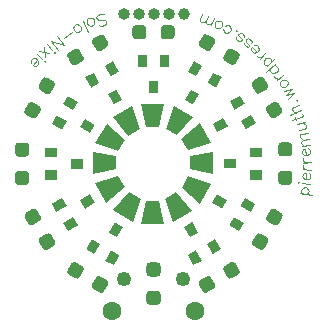
<source format=gts>
G04 #@! TF.GenerationSoftware,KiCad,Pcbnew,(5.1.12)-1*
G04 #@! TF.CreationDate,2021-11-24T10:48:37+01:00*
G04 #@! TF.ProjectId,solo-nixie,736f6c6f-2d6e-4697-9869-652e6b696361,rev?*
G04 #@! TF.SameCoordinates,Original*
G04 #@! TF.FileFunction,Soldermask,Top*
G04 #@! TF.FilePolarity,Negative*
%FSLAX46Y46*%
G04 Gerber Fmt 4.6, Leading zero omitted, Abs format (unit mm)*
G04 Created by KiCad (PCBNEW (5.1.12)-1) date 2021-11-24 10:48:37*
%MOMM*%
%LPD*%
G01*
G04 APERTURE LIST*
%ADD10C,0.120000*%
%ADD11O,1.000102X1.000102*%
%ADD12C,1.000102*%
%ADD13C,0.127000*%
%ADD14C,1.600102*%
%ADD15C,1.250102*%
G04 APERTURE END LIST*
D10*
X202955537Y-103932183D02*
X202977535Y-103791029D01*
X203390609Y-103614438D02*
X203524429Y-103683487D01*
X202728882Y-103174014D02*
X202771144Y-103226446D01*
X203225847Y-102391977D02*
X203175407Y-102436599D01*
X203148212Y-101851488D02*
X203149134Y-101708634D01*
X202926205Y-104120386D02*
X203914277Y-104274379D01*
X203383966Y-102926446D02*
X203418876Y-102356085D01*
X203296506Y-103599772D02*
X203390609Y-103614438D01*
X203323817Y-102350266D02*
X203225847Y-102391977D01*
X203418876Y-102356085D02*
X203323817Y-102350266D01*
X203244285Y-102870188D02*
X203383966Y-102926446D01*
X203383966Y-102926446D02*
X203479027Y-102932264D01*
X203432382Y-102091424D02*
X203289837Y-102042883D01*
X203122059Y-102528750D02*
X203113331Y-102671340D01*
X203175407Y-102436599D02*
X203122059Y-102528750D01*
X203624526Y-102893462D02*
X203725404Y-102804220D01*
X203603864Y-103792255D02*
X203636250Y-103893691D01*
X202987922Y-104033617D02*
X202955537Y-103932183D01*
X203787480Y-102569480D02*
X203745769Y-102471509D01*
X203552535Y-104121613D02*
X203443767Y-104201049D01*
X202823575Y-103184184D02*
X202781313Y-103131752D01*
X203479027Y-102932264D02*
X203624526Y-102893462D01*
X202771144Y-103226446D02*
X202823575Y-103184184D01*
X203039252Y-103704260D02*
X203148022Y-103624825D01*
X203067359Y-104142386D02*
X202987922Y-104033617D01*
X202977535Y-103791029D02*
X203039252Y-103704260D01*
X203614251Y-104034844D02*
X203552535Y-104121613D01*
X203524429Y-103683487D02*
X203603864Y-103792255D01*
X203725404Y-102804220D02*
X203778753Y-102712069D01*
X203148022Y-103624825D02*
X203296506Y-103599772D01*
X203195215Y-101947033D02*
X203148212Y-101851488D01*
X203778753Y-102712069D02*
X203787480Y-102569480D01*
X203060308Y-103209607D02*
X203723164Y-103280797D01*
X203155043Y-102769309D02*
X203244285Y-102870188D01*
X203636250Y-103893691D02*
X203614251Y-104034844D01*
X202781313Y-103131752D02*
X202728882Y-103174014D01*
X203813328Y-102093885D02*
X203146673Y-102089579D01*
X203113331Y-102671340D02*
X203155043Y-102769309D01*
X203289837Y-102042883D02*
X203195215Y-101947033D01*
X203745769Y-102471509D02*
X203656526Y-102370631D01*
X201236410Y-94687777D02*
X201206498Y-94819102D01*
X203773810Y-100618730D02*
X203760391Y-100476505D01*
X203141796Y-101263089D02*
X203136169Y-101120342D01*
X203193129Y-101356377D02*
X203141796Y-101263089D01*
X203292045Y-101447790D02*
X203193129Y-101356377D01*
X203165820Y-99569291D02*
X203634427Y-99484634D01*
X203436666Y-101489745D02*
X203292045Y-101447790D01*
X203416907Y-100891556D02*
X203363232Y-100322654D01*
X203072699Y-99053825D02*
X203541305Y-98969168D01*
X202305874Y-97117458D02*
X202252681Y-96984874D01*
X202389226Y-95648313D02*
X201711235Y-95793410D01*
X202995914Y-97648782D02*
X203116239Y-97558241D01*
X203166446Y-100771696D02*
X203270209Y-100857567D01*
X203178070Y-100387955D02*
X203135134Y-100439837D01*
X202910653Y-99228269D02*
X202940583Y-99126081D01*
X203003775Y-99743734D02*
X203033704Y-99641547D01*
X203817323Y-101474741D02*
X203151174Y-101500999D01*
X203735347Y-100718021D02*
X203773810Y-100618730D01*
X203013256Y-97090193D02*
X202085167Y-97462551D01*
X203110091Y-100681352D02*
X203166446Y-100771696D01*
X202940583Y-99126081D02*
X203072699Y-99053825D01*
X203268415Y-100331601D02*
X203178070Y-100387955D01*
X203363232Y-100322654D02*
X203268415Y-100331601D01*
X203278564Y-98645981D02*
X203403950Y-98562590D01*
X202228343Y-97906004D02*
X202995914Y-97648782D01*
X202628039Y-96272492D02*
X202651303Y-96209294D01*
X202564841Y-96249228D02*
X202628039Y-96272492D01*
X203424948Y-98458202D02*
X203387512Y-98320338D01*
X201711235Y-95793410D02*
X202210232Y-95312031D01*
X202571310Y-97267506D02*
X202385531Y-97188117D01*
X202385531Y-97188117D02*
X202305874Y-97117458D01*
X203704037Y-100386161D02*
X203600274Y-100300290D01*
X203760391Y-100476505D02*
X203704037Y-100386161D01*
X203029172Y-99884315D02*
X203003775Y-99743734D01*
X203649477Y-100821783D02*
X203735347Y-100718021D01*
X203403950Y-98562590D02*
X203424948Y-98458202D01*
X202376265Y-96781364D02*
X202818212Y-96604051D01*
X202252681Y-96984874D02*
X202261412Y-96878753D01*
X203511724Y-100882611D02*
X203649477Y-100821783D01*
X202651303Y-96209294D02*
X202588105Y-96186030D01*
X203416907Y-100891556D02*
X203511724Y-100882611D01*
X203270209Y-100857567D02*
X203416907Y-100891556D01*
X203096672Y-100539127D02*
X203110091Y-100681352D01*
X201216894Y-94925072D02*
X201292953Y-95045998D01*
X203092963Y-99969571D02*
X203029172Y-99884315D01*
X203135134Y-100439837D02*
X203096672Y-100539127D01*
X203033704Y-99641547D02*
X203165820Y-99569291D01*
X201890231Y-96129694D02*
X202389226Y-95648313D01*
X203258941Y-100084757D02*
X203092963Y-99969571D01*
X201331984Y-94571411D02*
X201236410Y-94687777D01*
X203387512Y-98320338D02*
X203316600Y-98240905D01*
X202589793Y-97935543D02*
X202483879Y-97619485D01*
X203116239Y-97558241D02*
X203131127Y-97452807D01*
X201206498Y-94819102D02*
X201216894Y-94925072D01*
X203316600Y-98240905D02*
X203141299Y-98140477D01*
X203131127Y-97452807D02*
X203100866Y-97362504D01*
X202999842Y-99454105D02*
X202936050Y-99368850D01*
X203727548Y-100000100D02*
X203071499Y-100118619D01*
X202819014Y-98770767D02*
X203278564Y-98645981D01*
X202210232Y-95312031D02*
X201532241Y-95457130D01*
X202681750Y-98265262D02*
X203325119Y-98090562D01*
X202261412Y-96878753D02*
X202376265Y-96781364D01*
X203165820Y-99569291D02*
X202999842Y-99454105D01*
X202936050Y-99368850D02*
X202910653Y-99228269D01*
X200377409Y-93502315D02*
X200362479Y-93636172D01*
X201837762Y-94928354D02*
X201867675Y-94797030D01*
X199861431Y-93118960D02*
X199832240Y-93016559D01*
X201292953Y-95045998D02*
X201383968Y-95101264D01*
X201498877Y-94128808D02*
X200955471Y-94515014D01*
X199133328Y-91537623D02*
X198998943Y-91546648D01*
X198797610Y-92066380D02*
X198905167Y-92160401D01*
X199384293Y-91757004D02*
X199343929Y-91658472D01*
X200570600Y-93896551D02*
X200704458Y-93911480D01*
X200449608Y-92774144D02*
X200478798Y-92876543D01*
X198757247Y-91967850D02*
X198797610Y-92066380D01*
X199343929Y-91658472D02*
X199236372Y-91564451D01*
X200817540Y-94320939D02*
X200734782Y-94204496D01*
X200808840Y-93279392D02*
X200674983Y-93264462D01*
X199429694Y-92593329D02*
X199328269Y-92560910D01*
X199328269Y-92560910D02*
X199226012Y-92461153D01*
X200191888Y-93268347D02*
X200057331Y-93262415D01*
X200994697Y-93435645D02*
X200905501Y-93324054D01*
X201002032Y-93673627D02*
X201016963Y-93539770D01*
X199564371Y-92591661D02*
X199429694Y-92593329D01*
X200920173Y-93800020D02*
X201002032Y-93673627D01*
X199957898Y-93224325D02*
X199861431Y-93118960D01*
X200353140Y-92668777D02*
X200449608Y-92774144D01*
X200086521Y-93364815D02*
X200824087Y-92689540D01*
X200057331Y-93262415D02*
X199957898Y-93224325D01*
X199008212Y-92187229D02*
X199142597Y-92178205D01*
X199236372Y-91564451D02*
X199133328Y-91537623D01*
X199964233Y-92249970D02*
X199498699Y-92727173D01*
X200704458Y-93911480D02*
X200845779Y-93859482D01*
X200905501Y-93324054D02*
X200808840Y-93279392D01*
X200119150Y-92624755D02*
X200253706Y-92630688D01*
X199393317Y-91891388D02*
X199384293Y-91757004D01*
X200911528Y-94370983D02*
X200817540Y-94320939D01*
X199832240Y-93016559D02*
X199838172Y-92882004D01*
X199335149Y-92030284D02*
X199393317Y-91891388D01*
X198779564Y-91797613D02*
X198752735Y-91900657D01*
X201188360Y-94349497D02*
X201044329Y-94393441D01*
X199911384Y-92750413D02*
X199981627Y-92686102D01*
X199272469Y-92101990D02*
X199335149Y-92030284D01*
X201016963Y-93539770D02*
X200994697Y-93435645D01*
X200478798Y-92876543D02*
X200472866Y-93011100D01*
X199698214Y-92522657D02*
X199564371Y-92591661D01*
X198905167Y-92160401D02*
X199008212Y-92187229D01*
X200384745Y-93740297D02*
X200473940Y-93851888D01*
X198752735Y-91900657D02*
X198757247Y-91967850D01*
X201781220Y-94570133D02*
X201690206Y-94514868D01*
X200253706Y-92630688D02*
X200353140Y-92668777D01*
X200473940Y-93851888D02*
X200570600Y-93896551D01*
X201867675Y-94797030D02*
X201857278Y-94691060D01*
X200005441Y-93799631D02*
X200786574Y-93175266D01*
X201661570Y-95095427D02*
X201742188Y-95044722D01*
X201383968Y-95101264D02*
X201515290Y-95131176D01*
X199981627Y-92686102D02*
X200119150Y-92624755D01*
X200362479Y-93636172D02*
X200384745Y-93740297D01*
X201515290Y-95131176D02*
X201661570Y-95095427D01*
X199142597Y-92178205D02*
X199272469Y-92101990D01*
X201412602Y-94520705D02*
X201331984Y-94571411D01*
X201558882Y-94484956D02*
X201412602Y-94520705D01*
X201742188Y-95044722D02*
X201837762Y-94928354D01*
X200845779Y-93859482D02*
X200920173Y-93800020D01*
X201690206Y-94514868D02*
X201558882Y-94484956D01*
X201044329Y-94393441D02*
X200911528Y-94370983D01*
X201857278Y-94691060D02*
X201781220Y-94570133D01*
X199838172Y-92882004D02*
X199911384Y-92750413D01*
X197494050Y-91001669D02*
X197585467Y-91121330D01*
X196825538Y-89870389D02*
X196719129Y-89866555D01*
X198613161Y-91047970D02*
X198726313Y-91135176D01*
X198375086Y-91044848D02*
X198470941Y-90998482D01*
X197722219Y-90580999D02*
X197815124Y-90528972D01*
X196191652Y-89541195D02*
X196062063Y-89481071D01*
X197903570Y-90992004D02*
X197733368Y-90818834D01*
X197733368Y-90818834D02*
X197681342Y-90725929D01*
X195715134Y-90002543D02*
X195781487Y-90085820D01*
X195668824Y-89876068D02*
X195715134Y-90002543D01*
X197695462Y-90620390D02*
X197722219Y-90580999D01*
X197681342Y-90725929D02*
X197695462Y-90620390D01*
X196867154Y-90489869D02*
X196977398Y-90387291D01*
X196445345Y-90368126D02*
X196506124Y-90455554D01*
X195725835Y-89640044D02*
X195685753Y-89726437D01*
X196304313Y-89750948D02*
X196258003Y-89624473D01*
X198142537Y-91346585D02*
X198122117Y-91451088D01*
X198122117Y-91451088D02*
X198206200Y-91576011D01*
X197960053Y-90569849D02*
X198078228Y-90650117D01*
X197815124Y-90528972D02*
X197960053Y-90569849D01*
X195685753Y-89726437D02*
X195668824Y-89876068D01*
X197848573Y-91242474D02*
X197941476Y-91190447D01*
X196737928Y-90527833D02*
X196867154Y-90489869D01*
X196950931Y-89938834D02*
X196825538Y-89870389D01*
X198319351Y-91663217D02*
X198461570Y-91712705D01*
X198810395Y-91260099D02*
X198789975Y-91364603D01*
X198325598Y-91187067D02*
X198346019Y-91082564D01*
X198577845Y-91561837D02*
X198531481Y-91465983D01*
X196407381Y-90238900D02*
X196445345Y-90368126D01*
X195781487Y-90085820D02*
X195911076Y-90145945D01*
X198371963Y-91282923D02*
X198325598Y-91187067D01*
X198206200Y-91576011D02*
X198319351Y-91663217D01*
X196719129Y-89866555D02*
X196589902Y-89904521D01*
X196287386Y-89900580D02*
X196304313Y-89750948D01*
X197011712Y-90026262D02*
X196950931Y-89938834D01*
X198726313Y-91135176D02*
X198810395Y-91260099D01*
X198842243Y-91725909D02*
X198779564Y-91797613D01*
X198470941Y-90998482D02*
X198613161Y-91047970D01*
X198557425Y-91666340D02*
X198577845Y-91561837D01*
X198461570Y-91712705D02*
X198557425Y-91666340D01*
X197539035Y-90346177D02*
X197523265Y-90280703D01*
X197585467Y-91121330D02*
X197703642Y-91201597D01*
X197049675Y-90155488D02*
X197011712Y-90026262D01*
X197023028Y-90303695D02*
X197049675Y-90155488D01*
X196247305Y-89986971D02*
X196287386Y-89900580D01*
X197955597Y-91084908D02*
X197903570Y-90992004D01*
X196258003Y-89624473D02*
X196191652Y-89541195D01*
X197508170Y-90896130D02*
X197494050Y-91001669D01*
X197523265Y-90280703D02*
X197457795Y-90296475D01*
X196631518Y-90524000D02*
X196737928Y-90527833D01*
X197473565Y-90361945D02*
X197539035Y-90346177D01*
X196143985Y-90096519D02*
X196247305Y-89986971D01*
X196977398Y-90387291D02*
X197023028Y-90303695D01*
X196506124Y-90455554D02*
X196631518Y-90524000D01*
X198169646Y-90769776D02*
X198155525Y-90875316D01*
X199272469Y-92101990D02*
X198842243Y-91725909D01*
X198346019Y-91082564D02*
X198375086Y-91044848D01*
X197703642Y-91201597D02*
X197848573Y-91242474D01*
X198078228Y-90650117D02*
X198169646Y-90769776D01*
X197941476Y-91190447D02*
X197955597Y-91084908D01*
X195955629Y-89484187D02*
X195829154Y-89530497D01*
X198531481Y-91465983D02*
X198371963Y-91282923D01*
X196062063Y-89481071D02*
X195955629Y-89484187D01*
X195829154Y-89530497D02*
X195725835Y-89640044D01*
X184049515Y-89789268D02*
X183943138Y-89793926D01*
X196017510Y-90142830D02*
X196143985Y-90096519D01*
X195911076Y-90145945D02*
X196017510Y-90142830D01*
X194443337Y-89340299D02*
X194605715Y-88892649D01*
X194439387Y-89490831D02*
X194443337Y-89340299D01*
X186337662Y-89439941D02*
X186231952Y-89427164D01*
X185696887Y-89062190D02*
X185815371Y-88969255D01*
X185639272Y-89183933D02*
X185696887Y-89062190D01*
X185488306Y-89645524D02*
X185474709Y-89495553D01*
X184336343Y-90011190D02*
X184290066Y-89927951D01*
X183721216Y-90080753D02*
X183749012Y-90228751D01*
X185103946Y-89241882D02*
X184973052Y-89299110D01*
X195139388Y-89795404D02*
X195005093Y-89746690D01*
X186145278Y-88901869D02*
X186267019Y-88959485D01*
X185764270Y-89392096D02*
X185687367Y-89318450D01*
X186475436Y-89542393D02*
X186398532Y-89468748D01*
X194512680Y-89568072D02*
X194439387Y-89490831D01*
X194752741Y-89604498D02*
X194646974Y-89616786D01*
X184495632Y-89514648D02*
X184939386Y-90410797D01*
X195245156Y-89783115D02*
X195139388Y-89795404D01*
X185687367Y-89318450D02*
X185639272Y-89183933D01*
X185994729Y-88905127D02*
X186145278Y-88901869D01*
X185815371Y-88969255D02*
X185994729Y-88905127D01*
X184907503Y-89743540D02*
X185008362Y-89855357D01*
X185210285Y-89247362D02*
X185103946Y-89241882D01*
X184035840Y-90450671D02*
X184142217Y-90446014D01*
X183906324Y-90413709D02*
X184035840Y-90450671D01*
X185133776Y-89904469D02*
X185240114Y-89909948D01*
X183749012Y-90228751D02*
X183795289Y-90311990D01*
X185371008Y-89852721D02*
X185439195Y-89770937D01*
X185439195Y-89770937D02*
X185488306Y-89645524D01*
X194646974Y-89616786D02*
X194512680Y-89568072D01*
X194935751Y-89518916D02*
X194752741Y-89604498D01*
X186507500Y-89632071D02*
X186475436Y-89542393D01*
X194935751Y-89518916D02*
X195098129Y-89071265D01*
X185008362Y-89855357D02*
X185133776Y-89904469D01*
X185335698Y-89296472D02*
X185210285Y-89247362D01*
X185474709Y-89495553D02*
X185436558Y-89408291D01*
X194931801Y-89669449D02*
X194935751Y-89518916D01*
X184142217Y-90446014D02*
X184267076Y-90376599D01*
X195005093Y-89746690D02*
X194931801Y-89669449D01*
X184290066Y-89927951D02*
X184179031Y-89826229D01*
X195428165Y-89697532D02*
X195245156Y-89783115D01*
X183818279Y-89863341D02*
X183758178Y-89951237D01*
X186449885Y-89753814D02*
X186507500Y-89632071D01*
X195590545Y-89249884D02*
X195363213Y-89876595D01*
X186398532Y-89468748D02*
X186337662Y-89439941D01*
X183758178Y-89951237D02*
X183721216Y-90080753D01*
X186331400Y-89846749D02*
X186449885Y-89753814D01*
X184179031Y-89826229D02*
X184049515Y-89789268D01*
X185240114Y-89909948D02*
X185371008Y-89852721D01*
X184855755Y-89506308D02*
X184869352Y-89656278D01*
X184973052Y-89299110D02*
X184904867Y-89380893D01*
X183943138Y-89793926D02*
X183818279Y-89863341D01*
X185879752Y-89856520D02*
X186001495Y-89914134D01*
X184904867Y-89380893D02*
X184855755Y-89506308D01*
X185930853Y-89433678D02*
X185825143Y-89420904D01*
X186152044Y-89910877D02*
X186331400Y-89846749D01*
X184869352Y-89656278D02*
X184907503Y-89743540D01*
X183795289Y-90311990D02*
X183906324Y-90413709D01*
X186001495Y-89914134D02*
X186152044Y-89910877D01*
X185436558Y-89408291D02*
X185335698Y-89296472D01*
X186231952Y-89427164D02*
X185930853Y-89433678D01*
X185825143Y-89420904D02*
X185764270Y-89392096D01*
X181269453Y-92932053D02*
X181271279Y-92999372D01*
X180366077Y-93292015D02*
X180469278Y-93318231D01*
X180754333Y-93061062D02*
X180744513Y-92926734D01*
X180130214Y-92836595D02*
X180103996Y-92939796D01*
X180728116Y-93164263D02*
X180754333Y-93061062D01*
X180103996Y-92939796D02*
X180113816Y-93074124D01*
X181224087Y-91709286D02*
X181310800Y-92552674D01*
X180847466Y-92073335D02*
X181687423Y-92188623D01*
X182076540Y-92169423D02*
X182072431Y-92236642D01*
X182072431Y-92236642D02*
X182139649Y-92240751D01*
X181096591Y-92768322D02*
X180612578Y-92309872D01*
X182143758Y-92173534D02*
X182076540Y-92169423D01*
X181271279Y-92999372D02*
X181338597Y-92997546D01*
X181336772Y-92930227D02*
X181269453Y-92932053D01*
X180667530Y-92797315D02*
X180595456Y-92735060D01*
X180294003Y-93229761D02*
X180366077Y-93292015D01*
X181338597Y-92997546D02*
X181336772Y-92930227D01*
X180223597Y-92728483D02*
X180130214Y-92836595D01*
X180321888Y-92687535D02*
X180223597Y-92728483D01*
X180536443Y-93313322D02*
X180634735Y-93272374D01*
X180667530Y-92797315D02*
X180294003Y-93229761D01*
X180469278Y-93318231D02*
X180536443Y-93313322D01*
X180456216Y-92677717D02*
X180321888Y-92687535D01*
X180744513Y-92926734D02*
X180667530Y-92797315D01*
X180634735Y-93272374D02*
X180728116Y-93164263D01*
X184327177Y-90288702D02*
X184364139Y-90159186D01*
X184364139Y-90159186D02*
X184336343Y-90011190D01*
X184267076Y-90376599D02*
X184327177Y-90288702D01*
X183593832Y-90469395D02*
X182880061Y-90943972D01*
X181805400Y-91216402D02*
X182427501Y-91999338D01*
X182949458Y-91584605D02*
X181805400Y-91216402D01*
X180595456Y-92735060D02*
X180456216Y-92677717D01*
X182327359Y-90801668D02*
X182949458Y-91584605D01*
X181918771Y-91991104D02*
X181477012Y-91491810D01*
X182139649Y-92240751D02*
X182143758Y-92173534D01*
D11*
X187960000Y-88900000D03*
X189230000Y-88900000D03*
X190500000Y-88900000D03*
X191770000Y-88900000D03*
D12*
X193040000Y-88900000D03*
D13*
G36*
X189456990Y-106724441D02*
G01*
X189857010Y-104724339D01*
X190957094Y-104724339D01*
X191357114Y-106724441D01*
X189456990Y-106724441D01*
G37*
G36*
X192133338Y-106516453D02*
G01*
X191479714Y-104584303D01*
X192432415Y-104034261D01*
X193778893Y-105566391D01*
X192133338Y-106516453D01*
G37*
G36*
X194416743Y-104979501D02*
G01*
X192884613Y-103633023D01*
X193434655Y-102680322D01*
X195366805Y-103333946D01*
X194416743Y-104979501D01*
G37*
G36*
X195556140Y-102488108D02*
G01*
X193556038Y-102088088D01*
X193556038Y-100988004D01*
X195556140Y-100587984D01*
X195556140Y-102488108D01*
G37*
G36*
X195348152Y-99811760D02*
G01*
X193416002Y-100465384D01*
X192865960Y-99512683D01*
X194398090Y-98166205D01*
X195348152Y-99811760D01*
G37*
G36*
X193847803Y-97664956D02*
G01*
X192501325Y-99197086D01*
X191548624Y-98647044D01*
X192202248Y-96714894D01*
X193847803Y-97664956D01*
G37*
G36*
X191356409Y-96525559D02*
G01*
X190956389Y-98525661D01*
X189856305Y-98525661D01*
X189456285Y-96525559D01*
X191356409Y-96525559D01*
G37*
G36*
X188680061Y-96733547D02*
G01*
X189333685Y-98665697D01*
X188380984Y-99215739D01*
X187034506Y-97683609D01*
X188680061Y-96733547D01*
G37*
G36*
X186533257Y-98233896D02*
G01*
X188065387Y-99580374D01*
X187515345Y-100533075D01*
X185583195Y-99879451D01*
X186533257Y-98233896D01*
G37*
G36*
X185357258Y-100588688D02*
G01*
X187357360Y-100988708D01*
X187357360Y-102088792D01*
X185357258Y-102488812D01*
X185357258Y-100588688D01*
G37*
G36*
X185565246Y-103265036D02*
G01*
X187497396Y-102611412D01*
X188047438Y-103564113D01*
X186515308Y-104910591D01*
X185565246Y-103265036D01*
G37*
G36*
X187102198Y-105548442D02*
G01*
X188448676Y-104016312D01*
X189401377Y-104566354D01*
X188747753Y-106498504D01*
X187102198Y-105548442D01*
G37*
D14*
X187000000Y-114050000D03*
X194000000Y-114050000D03*
D15*
X188000000Y-111350000D03*
X193000000Y-111350000D03*
G36*
G01*
X184266943Y-98496385D02*
X184666943Y-97803565D01*
G75*
G02*
X184667013Y-97803546I44J-25D01*
G01*
X185533039Y-98303546D01*
G75*
G02*
X185533057Y-98303615I-26J-44D01*
G01*
X185133057Y-98996435D01*
G75*
G02*
X185132987Y-98996454I-44J25D01*
G01*
X184266961Y-98496454D01*
G75*
G02*
X184266943Y-98496385I26J44D01*
G01*
G37*
G36*
G01*
X181886687Y-98219109D02*
X182286687Y-97526289D01*
G75*
G02*
X182286757Y-97526270I44J-25D01*
G01*
X183152783Y-98026270D01*
G75*
G02*
X183152801Y-98026339I-26J-44D01*
G01*
X182752801Y-98719159D01*
G75*
G02*
X182752731Y-98719178I-44J25D01*
G01*
X181886705Y-98219178D01*
G75*
G02*
X181886687Y-98219109I26J44D01*
G01*
G37*
G36*
G01*
X182836687Y-96573661D02*
X183236687Y-95880841D01*
G75*
G02*
X183236757Y-95880822I44J-25D01*
G01*
X184102783Y-96380822D01*
G75*
G02*
X184102801Y-96380891I-26J-44D01*
G01*
X183702801Y-97073711D01*
G75*
G02*
X183702731Y-97073730I-44J25D01*
G01*
X182836705Y-96573730D01*
G75*
G02*
X182836687Y-96573661I26J44D01*
G01*
G37*
G36*
G01*
X184666943Y-105396435D02*
X184266943Y-104703615D01*
G75*
G02*
X184266962Y-104703546I44J25D01*
G01*
X185132988Y-104203546D01*
G75*
G02*
X185133057Y-104203565I25J-44D01*
G01*
X185533057Y-104896385D01*
G75*
G02*
X185533039Y-104896454I-44J-25D01*
G01*
X184667013Y-105396454D01*
G75*
G02*
X184666943Y-105396435I-26J44D01*
G01*
G37*
G36*
G01*
X183236687Y-107319159D02*
X182836687Y-106626339D01*
G75*
G02*
X182836706Y-106626270I44J25D01*
G01*
X183702732Y-106126270D01*
G75*
G02*
X183702801Y-106126289I25J-44D01*
G01*
X184102801Y-106819109D01*
G75*
G02*
X184102783Y-106819178I-44J-25D01*
G01*
X183236757Y-107319178D01*
G75*
G02*
X183236687Y-107319159I-26J44D01*
G01*
G37*
G36*
G01*
X182286687Y-105673711D02*
X181886687Y-104980891D01*
G75*
G02*
X181886706Y-104980822I44J25D01*
G01*
X182752732Y-104480822D01*
G75*
G02*
X182752801Y-104480841I25J-44D01*
G01*
X183152801Y-105173661D01*
G75*
G02*
X183152783Y-105173730I-44J-25D01*
G01*
X182286757Y-105673730D01*
G75*
G02*
X182286687Y-105673711I-26J44D01*
G01*
G37*
G36*
G01*
X183499949Y-102025400D02*
X183499949Y-101225400D01*
G75*
G02*
X183500000Y-101225349I51J0D01*
G01*
X184500000Y-101225349D01*
G75*
G02*
X184500051Y-101225400I0J-51D01*
G01*
X184500051Y-102025400D01*
G75*
G02*
X184500000Y-102025451I-51J0D01*
G01*
X183500000Y-102025451D01*
G75*
G02*
X183499949Y-102025400I0J51D01*
G01*
G37*
G36*
G01*
X181299949Y-102975400D02*
X181299949Y-102175400D01*
G75*
G02*
X181300000Y-102175349I51J0D01*
G01*
X182300000Y-102175349D01*
G75*
G02*
X182300051Y-102175400I0J-51D01*
G01*
X182300051Y-102975400D01*
G75*
G02*
X182300000Y-102975451I-51J0D01*
G01*
X181300000Y-102975451D01*
G75*
G02*
X181299949Y-102975400I0J51D01*
G01*
G37*
G36*
G01*
X181299949Y-101075400D02*
X181299949Y-100275400D01*
G75*
G02*
X181300000Y-100275349I51J0D01*
G01*
X182300000Y-100275349D01*
G75*
G02*
X182300051Y-100275400I0J-51D01*
G01*
X182300051Y-101075400D01*
G75*
G02*
X182300000Y-101075451I-51J0D01*
G01*
X181300000Y-101075451D01*
G75*
G02*
X181299949Y-101075400I0J51D01*
G01*
G37*
G36*
G01*
X186653565Y-95719571D02*
X187346385Y-95319571D01*
G75*
G02*
X187346454Y-95319589I25J-44D01*
G01*
X187846454Y-96185615D01*
G75*
G02*
X187846436Y-96185685I-44J-26D01*
G01*
X187153616Y-96585685D01*
G75*
G02*
X187153546Y-96585666I-26J44D01*
G01*
X186653546Y-95719640D01*
G75*
G02*
X186653565Y-95719571I44J25D01*
G01*
G37*
G36*
G01*
X184730841Y-94289315D02*
X185423661Y-93889315D01*
G75*
G02*
X185423730Y-93889333I25J-44D01*
G01*
X185923730Y-94755359D01*
G75*
G02*
X185923712Y-94755429I-44J-26D01*
G01*
X185230892Y-95155429D01*
G75*
G02*
X185230822Y-95155410I-26J44D01*
G01*
X184730822Y-94289384D01*
G75*
G02*
X184730841Y-94289315I44J25D01*
G01*
G37*
G36*
G01*
X186376289Y-93339315D02*
X187069109Y-92939315D01*
G75*
G02*
X187069178Y-92939333I25J-44D01*
G01*
X187569178Y-93805359D01*
G75*
G02*
X187569160Y-93805429I-44J-26D01*
G01*
X186876340Y-94205429D01*
G75*
G02*
X186876270Y-94205410I-26J44D01*
G01*
X186376270Y-93339384D01*
G75*
G02*
X186376289Y-93339315I44J25D01*
G01*
G37*
G36*
G01*
X190100000Y-94599949D02*
X190900000Y-94599949D01*
G75*
G02*
X190900051Y-94600000I0J-51D01*
G01*
X190900051Y-95600000D01*
G75*
G02*
X190900000Y-95600051I-51J0D01*
G01*
X190100000Y-95600051D01*
G75*
G02*
X190099949Y-95600000I0J51D01*
G01*
X190099949Y-94600000D01*
G75*
G02*
X190100000Y-94599949I51J0D01*
G01*
G37*
G36*
G01*
X189150000Y-92399949D02*
X189950000Y-92399949D01*
G75*
G02*
X189950051Y-92400000I0J-51D01*
G01*
X189950051Y-93400000D01*
G75*
G02*
X189950000Y-93400051I-51J0D01*
G01*
X189150000Y-93400051D01*
G75*
G02*
X189149949Y-93400000I0J51D01*
G01*
X189149949Y-92400000D01*
G75*
G02*
X189150000Y-92399949I51J0D01*
G01*
G37*
G36*
G01*
X191050000Y-92399949D02*
X191850000Y-92399949D01*
G75*
G02*
X191850051Y-92400000I0J-51D01*
G01*
X191850051Y-93400000D01*
G75*
G02*
X191850000Y-93400051I-51J0D01*
G01*
X191050000Y-93400051D01*
G75*
G02*
X191049949Y-93400000I0J51D01*
G01*
X191049949Y-92400000D01*
G75*
G02*
X191050000Y-92399949I51J0D01*
G01*
G37*
G36*
G01*
X193653616Y-95319571D02*
X194346436Y-95719571D01*
G75*
G02*
X194346454Y-95719640I-26J-44D01*
G01*
X193846454Y-96585666D01*
G75*
G02*
X193846384Y-96585685I-44J25D01*
G01*
X193153564Y-96185685D01*
G75*
G02*
X193153546Y-96185616I26J44D01*
G01*
X193653546Y-95319590D01*
G75*
G02*
X193653616Y-95319571I44J-25D01*
G01*
G37*
G36*
G01*
X193930892Y-92939315D02*
X194623712Y-93339315D01*
G75*
G02*
X194623730Y-93339384I-26J-44D01*
G01*
X194123730Y-94205410D01*
G75*
G02*
X194123660Y-94205429I-44J25D01*
G01*
X193430840Y-93805429D01*
G75*
G02*
X193430822Y-93805360I26J44D01*
G01*
X193930822Y-92939334D01*
G75*
G02*
X193930892Y-92939315I44J-25D01*
G01*
G37*
G36*
G01*
X195576340Y-93889315D02*
X196269160Y-94289315D01*
G75*
G02*
X196269178Y-94289384I-26J-44D01*
G01*
X195769178Y-95155410D01*
G75*
G02*
X195769108Y-95155429I-44J25D01*
G01*
X195076288Y-94755429D01*
G75*
G02*
X195076270Y-94755360I26J44D01*
G01*
X195576270Y-93889334D01*
G75*
G02*
X195576340Y-93889315I44J-25D01*
G01*
G37*
G36*
G01*
X196380429Y-97753565D02*
X196780429Y-98446384D01*
G75*
G02*
X196780411Y-98446454I-44J-26D01*
G01*
X195914385Y-98946454D01*
G75*
G02*
X195914315Y-98946435I-26J44D01*
G01*
X195514315Y-98253615D01*
G75*
G02*
X195514334Y-98253546I44J25D01*
G01*
X196380360Y-97753546D01*
G75*
G02*
X196380429Y-97753565I25J-44D01*
G01*
G37*
G36*
G01*
X197810685Y-95830841D02*
X198210685Y-96523660D01*
G75*
G02*
X198210667Y-96523730I-44J-26D01*
G01*
X197344641Y-97023730D01*
G75*
G02*
X197344571Y-97023711I-26J44D01*
G01*
X196944571Y-96330891D01*
G75*
G02*
X196944590Y-96330822I44J25D01*
G01*
X197810616Y-95830822D01*
G75*
G02*
X197810685Y-95830841I25J-44D01*
G01*
G37*
G36*
G01*
X198760685Y-97476289D02*
X199160685Y-98169108D01*
G75*
G02*
X199160667Y-98169178I-44J-26D01*
G01*
X198294641Y-98669178D01*
G75*
G02*
X198294571Y-98669159I-26J44D01*
G01*
X197894571Y-97976339D01*
G75*
G02*
X197894590Y-97976270I44J25D01*
G01*
X198760616Y-97476270D01*
G75*
G02*
X198760685Y-97476289I25J-44D01*
G01*
G37*
G36*
G01*
X197500051Y-101200000D02*
X197500051Y-102000000D01*
G75*
G02*
X197500000Y-102000051I-51J0D01*
G01*
X196500000Y-102000051D01*
G75*
G02*
X196499949Y-102000000I0J51D01*
G01*
X196499949Y-101200000D01*
G75*
G02*
X196500000Y-101199949I51J0D01*
G01*
X197500000Y-101199949D01*
G75*
G02*
X197500051Y-101200000I0J-51D01*
G01*
G37*
G36*
G01*
X199700051Y-100250000D02*
X199700051Y-101050000D01*
G75*
G02*
X199700000Y-101050051I-51J0D01*
G01*
X198700000Y-101050051D01*
G75*
G02*
X198699949Y-101050000I0J51D01*
G01*
X198699949Y-100250000D01*
G75*
G02*
X198700000Y-100249949I51J0D01*
G01*
X199700000Y-100249949D01*
G75*
G02*
X199700051Y-100250000I0J-51D01*
G01*
G37*
G36*
G01*
X199700051Y-102150000D02*
X199700051Y-102950000D01*
G75*
G02*
X199700000Y-102950051I-51J0D01*
G01*
X198700000Y-102950051D01*
G75*
G02*
X198699949Y-102950000I0J51D01*
G01*
X198699949Y-102150000D01*
G75*
G02*
X198700000Y-102149949I51J0D01*
G01*
X199700000Y-102149949D01*
G75*
G02*
X199700051Y-102150000I0J-51D01*
G01*
G37*
G36*
G01*
X196733057Y-104703615D02*
X196333057Y-105396435D01*
G75*
G02*
X196332987Y-105396454I-44J25D01*
G01*
X195466961Y-104896454D01*
G75*
G02*
X195466943Y-104896385I26J44D01*
G01*
X195866943Y-104203565D01*
G75*
G02*
X195867013Y-104203546I44J-25D01*
G01*
X196733039Y-104703546D01*
G75*
G02*
X196733057Y-104703615I-26J-44D01*
G01*
G37*
G36*
G01*
X199113313Y-104980891D02*
X198713313Y-105673711D01*
G75*
G02*
X198713243Y-105673730I-44J25D01*
G01*
X197847217Y-105173730D01*
G75*
G02*
X197847199Y-105173661I26J44D01*
G01*
X198247199Y-104480841D01*
G75*
G02*
X198247269Y-104480822I44J-25D01*
G01*
X199113295Y-104980822D01*
G75*
G02*
X199113313Y-104980891I-26J-44D01*
G01*
G37*
G36*
G01*
X198163313Y-106626339D02*
X197763313Y-107319159D01*
G75*
G02*
X197763243Y-107319178I-44J25D01*
G01*
X196897217Y-106819178D01*
G75*
G02*
X196897199Y-106819109I26J44D01*
G01*
X197297199Y-106126289D01*
G75*
G02*
X197297269Y-106126270I44J-25D01*
G01*
X198163295Y-106626270D01*
G75*
G02*
X198163313Y-106626339I-26J-44D01*
G01*
G37*
G36*
G01*
X194296436Y-107433057D02*
X193603616Y-107833057D01*
G75*
G02*
X193603546Y-107833038I-26J44D01*
G01*
X193103546Y-106967012D01*
G75*
G02*
X193103565Y-106966943I44J25D01*
G01*
X193796385Y-106566943D01*
G75*
G02*
X193796454Y-106566962I25J-44D01*
G01*
X194296454Y-107432988D01*
G75*
G02*
X194296436Y-107433057I-44J-25D01*
G01*
G37*
G36*
G01*
X196219160Y-108863313D02*
X195526340Y-109263313D01*
G75*
G02*
X195526270Y-109263294I-26J44D01*
G01*
X195026270Y-108397268D01*
G75*
G02*
X195026289Y-108397199I44J25D01*
G01*
X195719109Y-107997199D01*
G75*
G02*
X195719178Y-107997218I25J-44D01*
G01*
X196219178Y-108863244D01*
G75*
G02*
X196219160Y-108863313I-44J-25D01*
G01*
G37*
G36*
G01*
X194573712Y-109813313D02*
X193880892Y-110213313D01*
G75*
G02*
X193880822Y-110213294I-26J44D01*
G01*
X193380822Y-109347268D01*
G75*
G02*
X193380841Y-109347199I44J25D01*
G01*
X194073661Y-108947199D01*
G75*
G02*
X194073730Y-108947218I25J-44D01*
G01*
X194573730Y-109813244D01*
G75*
G02*
X194573712Y-109813313I-44J-25D01*
G01*
G37*
G36*
G01*
X187396385Y-107833057D02*
X186703564Y-107433057D01*
G75*
G02*
X186703546Y-107432988I26J44D01*
G01*
X187203546Y-106566962D01*
G75*
G02*
X187203616Y-106566943I44J-25D01*
G01*
X187896436Y-106966943D01*
G75*
G02*
X187896454Y-106967012I-26J-44D01*
G01*
X187396454Y-107833038D01*
G75*
G02*
X187396385Y-107833057I-44J25D01*
G01*
G37*
G36*
G01*
X187119109Y-110213313D02*
X186426288Y-109813313D01*
G75*
G02*
X186426270Y-109813244I26J44D01*
G01*
X186926270Y-108947218D01*
G75*
G02*
X186926340Y-108947199I44J-25D01*
G01*
X187619160Y-109347199D01*
G75*
G02*
X187619178Y-109347268I-26J-44D01*
G01*
X187119178Y-110213294D01*
G75*
G02*
X187119109Y-110213313I-44J25D01*
G01*
G37*
G36*
G01*
X185473661Y-109263313D02*
X184780840Y-108863313D01*
G75*
G02*
X184780822Y-108863244I26J44D01*
G01*
X185280822Y-107997218D01*
G75*
G02*
X185280892Y-107997199I44J-25D01*
G01*
X185973712Y-108397199D01*
G75*
G02*
X185973730Y-108397268I-26J-44D01*
G01*
X185473730Y-109263294D01*
G75*
G02*
X185473661Y-109263313I-44J25D01*
G01*
G37*
G36*
G01*
X190199974Y-109959949D02*
X190800026Y-109959949D01*
G75*
G02*
X191100051Y-110259974I0J-300025D01*
G01*
X191100051Y-110860026D01*
G75*
G02*
X190800026Y-111160051I-300025J0D01*
G01*
X190199974Y-111160051D01*
G75*
G02*
X189899949Y-110860026I0J300025D01*
G01*
X189899949Y-110259974D01*
G75*
G02*
X190199974Y-109959949I300025J0D01*
G01*
G37*
G36*
G01*
X190199974Y-112359949D02*
X190800026Y-112359949D01*
G75*
G02*
X191100051Y-112659974I0J-300025D01*
G01*
X191100051Y-113260026D01*
G75*
G02*
X190800026Y-113560051I-300025J0D01*
G01*
X190199974Y-113560051D01*
G75*
G02*
X189899949Y-113260026I0J300025D01*
G01*
X189899949Y-112659974D01*
G75*
G02*
X190199974Y-112359949I300025J0D01*
G01*
G37*
G36*
G01*
X180225205Y-97743877D02*
X179705544Y-97443851D01*
G75*
G02*
X179595728Y-97034010I150013J259829D01*
G01*
X179895754Y-96514350D01*
G75*
G02*
X180305596Y-96404533I259829J-150012D01*
G01*
X180825256Y-96704559D01*
G75*
G02*
X180935072Y-97114400I-150013J-259829D01*
G01*
X180635046Y-97634060D01*
G75*
G02*
X180225205Y-97743877I-259829J150012D01*
G01*
G37*
G36*
G01*
X181425205Y-95665417D02*
X180905544Y-95365391D01*
G75*
G02*
X180795728Y-94955550I150013J259829D01*
G01*
X181095754Y-94435890D01*
G75*
G02*
X181505596Y-94326073I259829J-150012D01*
G01*
X182025256Y-94626099D01*
G75*
G02*
X182135072Y-95035940I-150013J-259829D01*
G01*
X181835046Y-95555600D01*
G75*
G02*
X181425205Y-95665417I-259829J150012D01*
G01*
G37*
G36*
G01*
X182033256Y-108571476D02*
X181513596Y-108871502D01*
G75*
G02*
X181103754Y-108761685I-150013J259829D01*
G01*
X180803728Y-108242025D01*
G75*
G02*
X180913545Y-107832184I259829J150012D01*
G01*
X181433205Y-107532158D01*
G75*
G02*
X181843046Y-107641975I150012J-259829D01*
G01*
X182143072Y-108161635D01*
G75*
G02*
X182033256Y-108571476I-259829J-150012D01*
G01*
G37*
G36*
G01*
X180833256Y-106493016D02*
X180313596Y-106793042D01*
G75*
G02*
X179903754Y-106683225I-150013J259829D01*
G01*
X179603728Y-106163565D01*
G75*
G02*
X179713545Y-105753724I259829J150012D01*
G01*
X180233205Y-105453698D01*
G75*
G02*
X180643046Y-105563515I150012J-259829D01*
G01*
X180943072Y-106083175D01*
G75*
G02*
X180833256Y-106493016I-259829J-150012D01*
G01*
G37*
G36*
G01*
X179674826Y-103409451D02*
X179074774Y-103409451D01*
G75*
G02*
X178774749Y-103109426I0J300025D01*
G01*
X178774749Y-102509374D01*
G75*
G02*
X179074774Y-102209349I300025J0D01*
G01*
X179674826Y-102209349D01*
G75*
G02*
X179974851Y-102509374I0J-300025D01*
G01*
X179974851Y-103109426D01*
G75*
G02*
X179674826Y-103409451I-300025J0D01*
G01*
G37*
G36*
G01*
X179674826Y-101009451D02*
X179074774Y-101009451D01*
G75*
G02*
X178774749Y-100709426I0J300025D01*
G01*
X178774749Y-100109374D01*
G75*
G02*
X179074774Y-99809349I300025J0D01*
G01*
X179674826Y-99809349D01*
G75*
G02*
X179974851Y-100109374I0J-300025D01*
G01*
X179974851Y-100709426D01*
G75*
G02*
X179674826Y-101009451I-300025J0D01*
G01*
G37*
G36*
G01*
X183526099Y-93125255D02*
X183226073Y-92605595D01*
G75*
G02*
X183335890Y-92195754I259829J150012D01*
G01*
X183855550Y-91895728D01*
G75*
G02*
X184265391Y-92005545I150012J-259829D01*
G01*
X184565417Y-92525205D01*
G75*
G02*
X184455601Y-92935046I-259829J-150012D01*
G01*
X183935941Y-93235072D01*
G75*
G02*
X183526099Y-93125255I-150013J259829D01*
G01*
G37*
G36*
G01*
X185604559Y-91925255D02*
X185304533Y-91405595D01*
G75*
G02*
X185414350Y-90995754I259829J150012D01*
G01*
X185934010Y-90695728D01*
G75*
G02*
X186343851Y-90805545I150012J-259829D01*
G01*
X186643877Y-91325205D01*
G75*
G02*
X186534061Y-91735046I-259829J-150012D01*
G01*
X186014401Y-92035072D01*
G75*
G02*
X185604559Y-91925255I-150013J259829D01*
G01*
G37*
G36*
G01*
X188699949Y-90774826D02*
X188699949Y-90174774D01*
G75*
G02*
X188999974Y-89874749I300025J0D01*
G01*
X189600026Y-89874749D01*
G75*
G02*
X189900051Y-90174774I0J-300025D01*
G01*
X189900051Y-90774826D01*
G75*
G02*
X189600026Y-91074851I-300025J0D01*
G01*
X188999974Y-91074851D01*
G75*
G02*
X188699949Y-90774826I0J300025D01*
G01*
G37*
G36*
G01*
X191099949Y-90774826D02*
X191099949Y-90174774D01*
G75*
G02*
X191399974Y-89874749I300025J0D01*
G01*
X192000026Y-89874749D01*
G75*
G02*
X192300051Y-90174774I0J-300025D01*
G01*
X192300051Y-90774826D01*
G75*
G02*
X192000026Y-91074851I-300025J0D01*
G01*
X191399974Y-91074851D01*
G75*
G02*
X191099949Y-90774826I0J300025D01*
G01*
G37*
G36*
G01*
X194353698Y-91307805D02*
X194653724Y-90788145D01*
G75*
G02*
X195063566Y-90678328I259829J-150012D01*
G01*
X195583226Y-90978354D01*
G75*
G02*
X195693042Y-91388195I-150013J-259829D01*
G01*
X195393016Y-91907855D01*
G75*
G02*
X194983174Y-92017672I-259829J150012D01*
G01*
X194463514Y-91717646D01*
G75*
G02*
X194353698Y-91307805I150013J259829D01*
G01*
G37*
G36*
G01*
X196432158Y-92507805D02*
X196732184Y-91988145D01*
G75*
G02*
X197142026Y-91878328I259829J-150012D01*
G01*
X197661686Y-92178354D01*
G75*
G02*
X197771502Y-92588195I-150013J-259829D01*
G01*
X197471476Y-93107855D01*
G75*
G02*
X197061634Y-93217672I-259829J150012D01*
G01*
X196541974Y-92917646D01*
G75*
G02*
X196432158Y-92507805I150013J259829D01*
G01*
G37*
G36*
G01*
X198949345Y-94600699D02*
X199469005Y-94300673D01*
G75*
G02*
X199878846Y-94410489I150012J-259829D01*
G01*
X200178872Y-94930149D01*
G75*
G02*
X200069056Y-95339991I-259829J-150013D01*
G01*
X199549396Y-95640017D01*
G75*
G02*
X199139554Y-95530200I-150013J259829D01*
G01*
X198839528Y-95010540D01*
G75*
G02*
X198949345Y-94600699I259829J150012D01*
G01*
G37*
G36*
G01*
X200149345Y-96679159D02*
X200669005Y-96379133D01*
G75*
G02*
X201078846Y-96488949I150012J-259829D01*
G01*
X201378872Y-97008609D01*
G75*
G02*
X201269056Y-97418451I-259829J-150013D01*
G01*
X200749396Y-97718477D01*
G75*
G02*
X200339554Y-97608660I-150013J259829D01*
G01*
X200039528Y-97089000D01*
G75*
G02*
X200149345Y-96679159I259829J150012D01*
G01*
G37*
G36*
G01*
X201350574Y-99790549D02*
X201950626Y-99790549D01*
G75*
G02*
X202250651Y-100090574I0J-300025D01*
G01*
X202250651Y-100690626D01*
G75*
G02*
X201950626Y-100990651I-300025J0D01*
G01*
X201350574Y-100990651D01*
G75*
G02*
X201050549Y-100690626I0J300025D01*
G01*
X201050549Y-100090574D01*
G75*
G02*
X201350574Y-99790549I300025J0D01*
G01*
G37*
G36*
G01*
X201350574Y-102190549D02*
X201950626Y-102190549D01*
G75*
G02*
X202250651Y-102490574I0J-300025D01*
G01*
X202250651Y-103090626D01*
G75*
G02*
X201950626Y-103390651I-300025J0D01*
G01*
X201350574Y-103390651D01*
G75*
G02*
X201050549Y-103090626I0J300025D01*
G01*
X201050549Y-102490574D01*
G75*
G02*
X201350574Y-102190549I300025J0D01*
G01*
G37*
G36*
G01*
X200774796Y-105456123D02*
X201294456Y-105756149D01*
G75*
G02*
X201404272Y-106165990I-150013J-259829D01*
G01*
X201104246Y-106685650D01*
G75*
G02*
X200694404Y-106795467I-259829J150012D01*
G01*
X200174744Y-106495441D01*
G75*
G02*
X200064928Y-106085600I150013J259829D01*
G01*
X200364954Y-105565940D01*
G75*
G02*
X200774796Y-105456123I259829J-150012D01*
G01*
G37*
G36*
G01*
X199574796Y-107534583D02*
X200094456Y-107834609D01*
G75*
G02*
X200204272Y-108244450I-150013J-259829D01*
G01*
X199904246Y-108764110D01*
G75*
G02*
X199494404Y-108873927I-259829J150012D01*
G01*
X198974744Y-108573901D01*
G75*
G02*
X198864928Y-108164060I150013J259829D01*
G01*
X199164954Y-107644400D01*
G75*
G02*
X199574796Y-107534583I259829J-150012D01*
G01*
G37*
G36*
G01*
X197471476Y-110066745D02*
X197771502Y-110586404D01*
G75*
G02*
X197661686Y-110996246I-259829J-150013D01*
G01*
X197142026Y-111296272D01*
G75*
G02*
X196732184Y-111186455I-150013J259829D01*
G01*
X196432158Y-110666795D01*
G75*
G02*
X196541975Y-110256954I259829J150012D01*
G01*
X197061635Y-109956928D01*
G75*
G02*
X197471476Y-110066745I150012J-259829D01*
G01*
G37*
G36*
G01*
X195393016Y-111266745D02*
X195693042Y-111786404D01*
G75*
G02*
X195583226Y-112196246I-259829J-150013D01*
G01*
X195063566Y-112496272D01*
G75*
G02*
X194653724Y-112386455I-150013J259829D01*
G01*
X194353698Y-111866795D01*
G75*
G02*
X194463515Y-111456954I259829J150012D01*
G01*
X194983175Y-111156928D01*
G75*
G02*
X195393016Y-111266745I150012J-259829D01*
G01*
G37*
G36*
G01*
X186646302Y-111866795D02*
X186346276Y-112386455D01*
G75*
G02*
X185936434Y-112496272I-259829J150012D01*
G01*
X185416774Y-112196246D01*
G75*
G02*
X185306958Y-111786405I150013J259829D01*
G01*
X185606984Y-111266745D01*
G75*
G02*
X186016826Y-111156928I259829J-150012D01*
G01*
X186536486Y-111456954D01*
G75*
G02*
X186646302Y-111866795I-150013J-259829D01*
G01*
G37*
G36*
G01*
X184567842Y-110666795D02*
X184267816Y-111186455D01*
G75*
G02*
X183857974Y-111296272I-259829J150012D01*
G01*
X183338314Y-110996246D01*
G75*
G02*
X183228498Y-110586405I150013J259829D01*
G01*
X183528524Y-110066745D01*
G75*
G02*
X183938366Y-109956928I259829J-150012D01*
G01*
X184458026Y-110256954D01*
G75*
G02*
X184567842Y-110666795I-150013J-259829D01*
G01*
G37*
M02*

</source>
